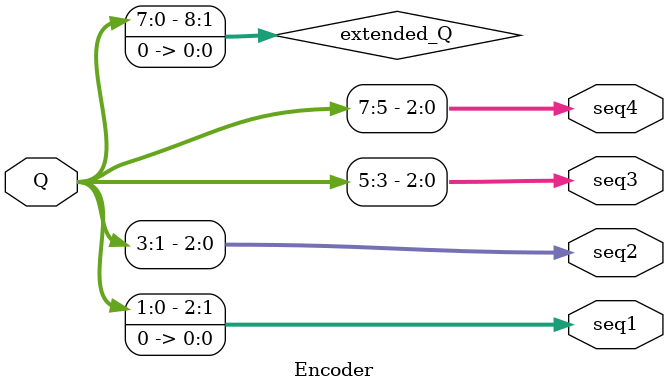
<source format=v>
module Encoder(
    input wire [7:0] Q,      // 8-bit input multiplier
    output wire [2:0] seq1,  
    output wire [2:0] seq2,  
    output wire [2:0] seq3,  
    output wire [2:0] seq4   // Fourth 3-bit sequence
);

// Extended Q to 9 bits
wire [8:0] extended_Q = {Q, 1'b0};

// Extract sequences
assign seq1 = extended_Q[2:0];   
assign seq2 = extended_Q[4:2];   
assign seq3 = extended_Q[6:4];   
assign seq4 = extended_Q[8:6];  

endmodule
</source>
